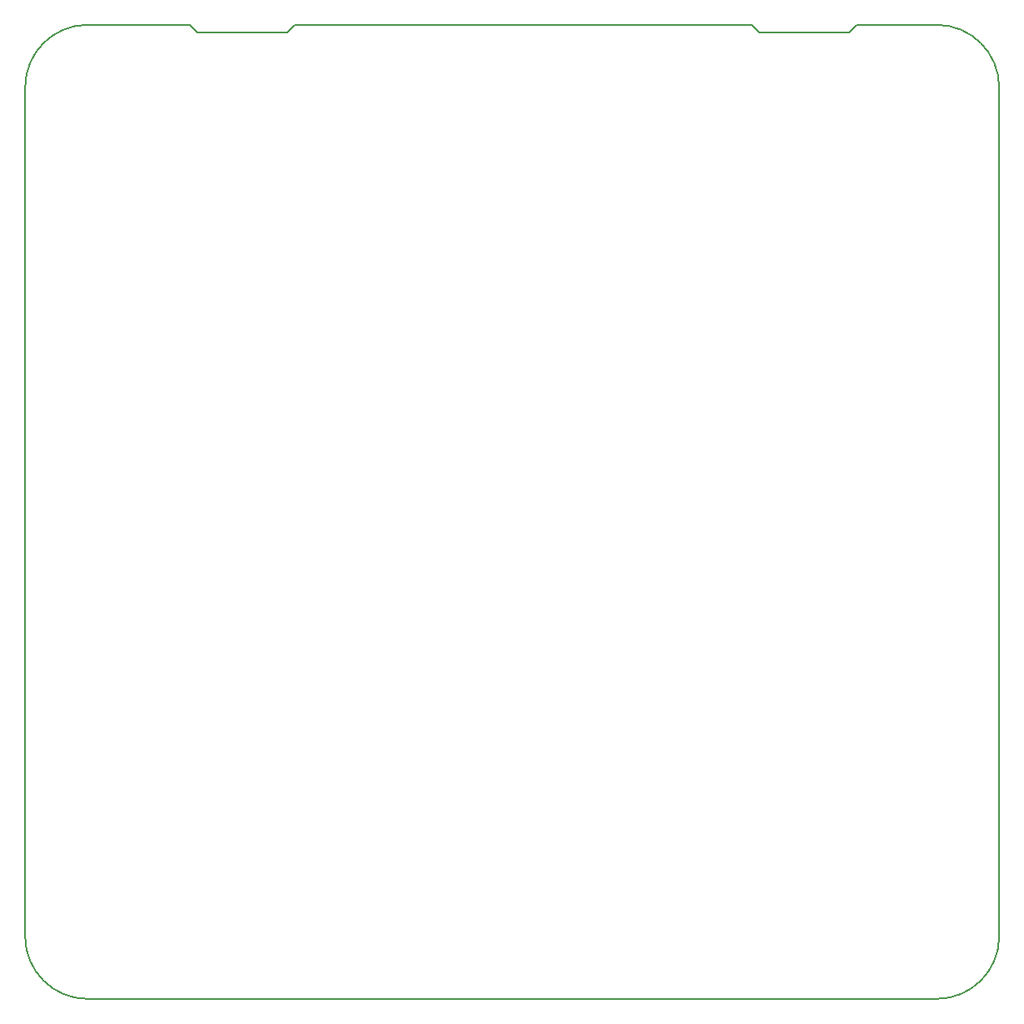
<source format=gbr>
%TF.GenerationSoftware,KiCad,Pcbnew,(5.0.0)*%
%TF.CreationDate,2018-08-20T15:42:57+03:00*%
%TF.ProjectId,Lysergic25,4C7973657267696332352E6B69636164,rev?*%
%TF.SameCoordinates,Original*%
%TF.FileFunction,Paste,Top*%
%TF.FilePolarity,Positive*%
%FSLAX46Y46*%
G04 Gerber Fmt 4.6, Leading zero omitted, Abs format (unit mm)*
G04 Created by KiCad (PCBNEW (5.0.0)) date 08/20/18 15:42:57*
%MOMM*%
%LPD*%
G01*
G04 APERTURE LIST*
%ADD10C,0.150000*%
G04 APERTURE END LIST*
D10*
X73152000Y-83820000D02*
X81280000Y-83820000D01*
X16002000Y-83820000D02*
X62484000Y-83820000D01*
X5334000Y-83820000D02*
X-5080000Y-83820000D01*
X72390000Y-84582000D02*
X73152000Y-83820000D01*
X71882000Y-84582000D02*
X72390000Y-84582000D01*
X63246000Y-84582000D02*
X62484000Y-83820000D01*
X63754000Y-84582000D02*
X63246000Y-84582000D01*
X6096000Y-84582000D02*
X5334000Y-83820000D01*
X6604000Y-84582000D02*
X6096000Y-84582000D01*
X15240000Y-84582000D02*
X16002000Y-83820000D01*
X14732000Y-84582000D02*
X15240000Y-84582000D01*
X7112000Y-84582000D02*
X6604000Y-84582000D01*
X14224000Y-84582000D02*
X14732000Y-84582000D01*
X64262000Y-84582000D02*
X63754000Y-84582000D01*
X71374000Y-84582000D02*
X71882000Y-84582000D01*
X7366000Y-84582000D02*
X7112000Y-84582000D01*
X13970000Y-84582000D02*
X14224000Y-84582000D01*
X64516000Y-84582000D02*
X64262000Y-84582000D01*
X71120000Y-84582000D02*
X71374000Y-84582000D01*
X7366000Y-84582000D02*
X7874000Y-84582000D01*
X13970000Y-84582000D02*
X13462000Y-84582000D01*
X64516000Y-84582000D02*
X65024000Y-84582000D01*
X71120000Y-84582000D02*
X70612000Y-84582000D01*
X65024000Y-84582000D02*
X70612000Y-84582000D01*
X7874000Y-84582000D02*
X13462000Y-84582000D01*
X-11430000Y-90170000D02*
X-11430000Y-176530000D01*
X87630000Y-176530000D02*
X87630000Y-90170000D01*
X-5080000Y-182880000D02*
X81280000Y-182880000D01*
X-5080000Y-182880000D02*
G75*
G02X-11430000Y-176530000I0J6350000D01*
G01*
X-5080000Y-83820000D02*
G75*
G03X-11430000Y-90170000I0J-6350000D01*
G01*
X87630000Y-176530000D02*
G75*
G02X81280000Y-182880000I-6350000J0D01*
G01*
X81280000Y-83820000D02*
G75*
G02X87630000Y-90170000I0J-6350000D01*
G01*
M02*

</source>
